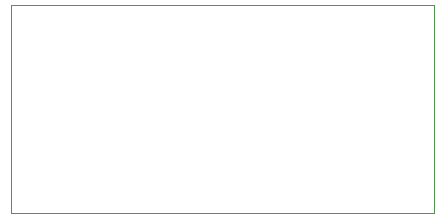
<source format=gm1>
%TF.GenerationSoftware,KiCad,Pcbnew,(6.0.4)*%
%TF.CreationDate,2022-07-28T21:40:12+10:00*%
%TF.ProjectId,GSR Sensor,47535220-5365-46e7-936f-722e6b696361,rev?*%
%TF.SameCoordinates,Original*%
%TF.FileFunction,Profile,NP*%
%FSLAX46Y46*%
G04 Gerber Fmt 4.6, Leading zero omitted, Abs format (unit mm)*
G04 Created by KiCad (PCBNEW (6.0.4)) date 2022-07-28 21:40:12*
%MOMM*%
%LPD*%
G01*
G04 APERTURE LIST*
%TA.AperFunction,Profile*%
%ADD10C,0.100000*%
%TD*%
G04 APERTURE END LIST*
D10*
X125000000Y-110000000D02*
X160800000Y-110000000D01*
X160800000Y-110000000D02*
X160800000Y-92400000D01*
X160800000Y-92400000D02*
X125000000Y-92400000D01*
X125000000Y-92400000D02*
X125000000Y-110000000D01*
M02*

</source>
